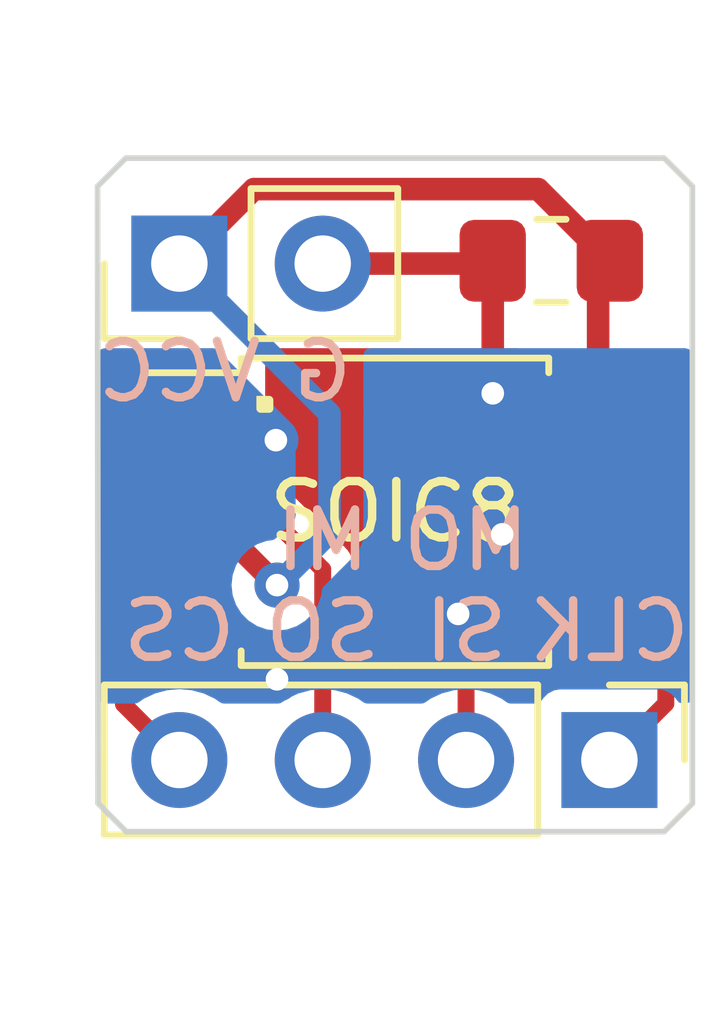
<source format=kicad_pcb>
(kicad_pcb (version 20221018) (generator pcbnew)
  (layers (0 "F.Cu" signal) (31 "B.Cu" signal) (34 "B.Paste" user) (35 "F.Paste" user) (36 "B.SilkS" user "B.Silkscreen") (37 "F.SilkS" user "F.Silkscreen") (38 "B.Mask" user) (39 "F.Mask" user) (44 "Edge.Cuts" user))
  (net 0 "")
  (net 1 "VCC")
  (net 2 "GND")
  (net 3 "/CS")
  (net 4 "/MISO")
  (net 5 "/MOSI")
  (net 6 "/CLK")
  (footprint "Capacitor_SMD:C_0805_2012Metric_Pad1.18x1.45mm_HandSolder" (layer "F.Cu") (at 122.77 65.55 180)
    (fp_text reference "C1" hide)
    (fp_text value "100n")
    (fp_line (start -0.261252 -0.735) (end 0.261252 -0.735) (stroke (width 0.12)) (layer "F.SilkS"))
    (fp_line (start -0.261252 0.735) (end 0.261252 0.735) (stroke (width 0.12)) (layer "F.SilkS"))
    (pad "1" smd roundrect (at -1.0375 0 180) (size 1.175 1.45) (layers "F.Cu" "F.Paste" "F.Mask") (roundrect_rratio 0.2127659574) (net 1 "VCC"))
    (pad "2" smd roundrect (at 1.0375 0 180) (size 1.175 1.45) (layers "F.Cu" "F.Paste" "F.Mask") (roundrect_rratio 0.2127659574) (net 2 "GND"))
  )
  (footprint "Connector_PinHeader_2.54mm:PinHeader_1x04_P2.54mm_Vertical" (layer "F.Cu") (at 123.8 74.4 -90)
    (fp_text reference "J2" hide)
    (fp_text value "Conn_01x04")
    (fp_line (start -1.33 -1.33) (end 0 -1.33) (stroke (width 0.12)) (layer "F.SilkS"))
    (fp_line (start -1.33 0) (end -1.33 -1.33) (stroke (width 0.12)) (layer "F.SilkS"))
    (fp_line (start -1.33 1.27) (end -1.33 8.95) (stroke (width 0.12)) (layer "F.SilkS"))
    (fp_line (start -1.33 1.27) (end 1.33 1.27) (stroke (width 0.12)) (layer "F.SilkS"))
    (fp_line (start -1.33 8.95) (end 1.33 8.95) (stroke (width 0.12)) (layer "F.SilkS"))
    (fp_line (start 1.33 1.27) (end 1.33 8.95) (stroke (width 0.12)) (layer "F.SilkS"))
    (pad "1" thru_hole rect (at 0 0 270) (size 1.7 1.7) (drill 1) (layers "*.Cu" "*.Mask") (net 6 "/CLK"))
    (pad "2" thru_hole oval (at 0 2.54 270) (size 1.7 1.7) (drill 1) (layers "*.Cu" "*.Mask") (net 5 "/MOSI"))
    (pad "3" thru_hole oval (at 0 5.08 270) (size 1.7 1.7) (drill 1) (layers "*.Cu" "*.Mask") (net 4 "/MISO"))
    (pad "4" thru_hole oval (at 0 7.62 270) (size 1.7 1.7) (drill 1) (layers "*.Cu" "*.Mask") (net 3 "/CS"))
  )
  (footprint "Package_SO:SOIC-8_5.23x5.23mm_P1.27mm" (layer "F.Cu") (at 120 70)
    (fp_text reference "U1" hide)
    (fp_text value "W25Qxx")
    (fp_line (start -2.725 -2.725) (end -2.725 -2.465) (stroke (width 0.12)) (layer "F.SilkS"))
    (fp_line (start -2.725 -2.465) (end -4.4 -2.465) (stroke (width 0.12)) (layer "F.SilkS"))
    (fp_line (start -2.725 2.725) (end -2.725 2.465) (stroke (width 0.12)) (layer "F.SilkS"))
    (fp_line (start 0 -2.725) (end -2.725 -2.725) (stroke (width 0.12)) (layer "F.SilkS"))
    (fp_line (start 0 -2.725) (end 2.725 -2.725) (stroke (width 0.12)) (layer "F.SilkS"))
    (fp_line (start 0 2.725) (end -2.725 2.725) (stroke (width 0.12)) (layer "F.SilkS"))
    (fp_line (start 0 2.725) (end 2.725 2.725) (stroke (width 0.12)) (layer "F.SilkS"))
    (fp_line (start 2.725 -2.725) (end 2.725 -2.465) (stroke (width 0.12)) (layer "F.SilkS"))
    (fp_line (start 2.725 2.725) (end 2.725 2.465) (stroke (width 0.12)) (layer "F.SilkS"))
    (pad "1" smd roundrect (at -3.6 -1.905) (size 1.6 0.6) (layers "F.Cu" "F.Paste" "F.Mask") (net 3 "/CS"))
    (pad "2" smd roundrect (at -3.6 -0.635) (size 1.6 0.6) (layers "F.Cu" "F.Paste" "F.Mask") (net 4 "/MISO"))
    (pad "3" smd roundrect (at -3.6 0.635) (size 1.6 0.6) (layers "F.Cu" "F.Paste" "F.Mask") (net 1 "VCC"))
    (pad "4" smd roundrect (at -3.6 1.905) (size 1.6 0.6) (layers "F.Cu" "F.Paste" "F.Mask") (net 2 "GND"))
    (pad "5" smd roundrect (at 3.6 1.905) (size 1.6 0.6) (layers "F.Cu" "F.Paste" "F.Mask") (net 5 "/MOSI"))
    (pad "6" smd roundrect (at 3.6 0.635) (size 1.6 0.6) (layers "F.Cu" "F.Paste" "F.Mask") (net 6 "/CLK"))
    (pad "7" smd roundrect (at 3.6 -0.635) (size 1.6 0.6) (layers "F.Cu" "F.Paste" "F.Mask") (net 1 "VCC"))
    (pad "8" smd roundrect (at 3.6 -1.905) (size 1.6 0.6) (layers "F.Cu" "F.Paste" "F.Mask") (net 1 "VCC"))
  )
  (footprint "Connector_PinHeader_2.54mm:PinHeader_1x02_P2.54mm_Vertical" (layer "F.Cu") (at 116.18 65.6 90)
    (fp_text reference "J1" hide)
    (fp_text value "Conn_01x02")
    (fp_line (start -1.33 -1.33) (end 0 -1.33) (stroke (width 0.12)) (layer "F.SilkS"))
    (fp_line (start -1.33 0) (end -1.33 -1.33) (stroke (width 0.12)) (layer "F.SilkS"))
    (fp_line (start -1.33 1.27) (end -1.33 3.87) (stroke (width 0.12)) (layer "F.SilkS"))
    (fp_line (start -1.33 1.27) (end 1.33 1.27) (stroke (width 0.12)) (layer "F.SilkS"))
    (fp_line (start -1.33 3.87) (end 1.33 3.87) (stroke (width 0.12)) (layer "F.SilkS"))
    (fp_line (start 1.33 1.27) (end 1.33 3.87) (stroke (width 0.12)) (layer "F.SilkS"))
    (pad "1" thru_hole rect (at 0 0 90) (size 1.7 1.7) (drill 1) (layers "*.Cu" "*.Mask") (net 1 "VCC"))
    (pad "2" thru_hole oval (at 0 2.54 90) (size 1.7 1.7) (drill 1) (layers "*.Cu" "*.Mask") (net 2 "GND"))
  )
  (gr_rect (start 117.62 68.02) (end 117.77 68.17) (stroke (width 0.15)) (fill none) (layer "F.SilkS"))
  (gr_line (start 115.23 63.73) (end 124.77 63.73) (stroke (width 0.1)) (layer "Edge.Cuts"))
  (gr_line (start 124.77 75.67) (end 115.24 75.67) (stroke (width 0.1)) (layer "Edge.Cuts"))
  (gr_line (start 125.27 75.17) (end 124.77 75.67) (stroke (width 0.1)) (layer "Edge.Cuts"))
  (gr_line (start 124.77 63.73) (end 125.27 64.23) (stroke (width 0.1)) (layer "Edge.Cuts"))
  (gr_line (start 114.74 75.17) (end 115.24 75.67) (stroke (width 0.1)) (layer "Edge.Cuts"))
  (gr_line (start 114.74 75.17) (end 114.73 64.23) (stroke (width 0.1)) (layer "Edge.Cuts"))
  (gr_line (start 115.23 63.73) (end 114.73 64.23) (stroke (width 0.1)) (layer "Edge.Cuts"))
  (gr_line (start 125.27 64.23) (end 125.27 75.17) (stroke (width 0.1)) (layer "Edge.Cuts"))
  (gr_text "VCC" (at 116.18 68.1) (layer "B.SilkS") (effects (font (size 1 1)) (justify bottom mirror)))
  (gr_text "CS" (at 116.18 72.7) (layer "B.SilkS") (effects (font (size 1 1)) (justify bottom mirror)))
  (gr_text "MI\nSO" (at 118.72 72.7) (layer "B.SilkS") (effects (font (size 1 1)) (justify bottom mirror)))
  (gr_text "MO\nSI" (at 121.26 72.7) (layer "B.SilkS") (effects (font (size 1 1)) (justify bottom mirror)))
  (gr_text "G" (at 118.72 68.1) (layer "B.SilkS") (effects (font (size 1 1)) (justify bottom mirror)))
  (gr_text "CLK" (at 123.8 72.7) (layer "B.SilkS") (effects (font (size 1 1)) (justify bottom mirror)))
  (gr_text "SOIC8" (at 120 70) (layer "F.SilkS") (effects (font (size 1 1))))
  (segment (start 117.91 71.3) (end 117.245 70.635) (width 0.4) (layer "F.Cu") (net 1))
  (segment (start 123.6 68.095) (end 123.6 65.8) (width 0.4) (layer "F.Cu") (net 1))
  (segment (start 117.5 64.28) (end 122.5375 64.28) (width 0.4) (layer "F.Cu") (net 1))
  (segment (start 116.18 65.6) (end 117.5 64.28) (width 0.4) (layer "F.Cu") (net 1))
  (segment (start 117.245 70.635) (end 116.4 70.635) (width 0.4) (layer "F.Cu") (net 1))
  (segment (start 123.6 68.095) (end 123.6 69.365) (width 0.4) (layer "F.Cu") (net 1))
  (segment (start 122.5375 64.28) (end 123.8075 65.55) (width 0.4) (layer "F.Cu") (net 1))
  (via (at 117.91 71.3) (size 0.8) (drill 0.4) (layers "F.Cu" "B.Cu") (net 1))
  (segment (start 116.18 65.6) (end 118.84 68.26) (width 0.4) (layer "B.Cu") (net 1))
  (segment (start 118.84 68.26) (end 118.84 70.37) (width 0.4) (layer "B.Cu") (net 1))
  (segment (start 118.84 70.37) (end 117.91 71.3) (width 0.4) (layer "B.Cu") (net 1))
  (segment (start 118.72 65.6) (end 121.6825 65.6) (width 0.4) (layer "F.Cu") (net 2))
  (segment (start 116.845 71.905) (end 117.91 72.97) (width 0.4) (layer "F.Cu") (net 2))
  (segment (start 121.733 67.9) (end 121.733 65.5505) (width 0.4) (layer "F.Cu") (net 2))
  (segment (start 116.4 71.905) (end 116.845 71.905) (width 0.4) (layer "F.Cu") (net 2))
  (segment (start 121.733 65.5505) (end 121.7325 65.55) (width 0.4) (layer "F.Cu") (net 2))
  (via (at 121.12 71.81) (size 0.8) (drill 0.4) (layers "F.Cu" "B.Cu") (net 2))
  (via (at 117.91 72.97) (size 0.8) (drill 0.4) (layers "F.Cu" "B.Cu") (net 2))
  (via (at 121.733 67.9) (size 0.8) (drill 0.4) (layers "F.Cu" "B.Cu") (net 2))
  (via (at 117.89 68.73) (size 0.8) (drill 0.4) (layers "F.Cu" "B.Cu") (net 2))
  (via (at 121.9 70.4) (size 0.8) (drill 0.4) (layers "F.Cu" "B.Cu") (net 2))
  (segment (start 121.733 69.147) (end 117.91 72.97) (width 0.4) (layer "B.Cu") (net 2))
  (segment (start 121.733 69.147) (end 121.733 67.9) (width 0.4) (layer "B.Cu") (net 2))
  (segment (start 115.19 68.84) (end 115.19 73.41) (width 0.3) (layer "F.Cu") (net 3))
  (segment (start 115.935 68.095) (end 115.19 68.84) (width 0.3) (layer "F.Cu") (net 3))
  (segment (start 115.19 73.41) (end 116.18 74.4) (width 0.3) (layer "F.Cu") (net 3))
  (segment (start 116.4 68.095) (end 115.935 68.095) (width 0.3) (layer "F.Cu") (net 3))
  (segment (start 118.72 71.02) (end 118.72 74.4) (width 0.3) (layer "F.Cu") (net 4))
  (segment (start 117.065 69.365) (end 118.72 71.02) (width 0.3) (layer "F.Cu") (net 4))
  (segment (start 116.4 69.365) (end 117.065 69.365) (width 0.3) (layer "F.Cu") (net 4))
  (segment (start 123.6 71.905) (end 122.255 71.905) (width 0.3) (layer "F.Cu") (net 5))
  (segment (start 122.255 71.905) (end 121.26 72.9) (width 0.3) (layer "F.Cu") (net 5))
  (segment (start 121.26 72.9) (end 121.26 74.4) (width 0.3) (layer "F.Cu") (net 5))
  (segment (start 124.075 70.635) (end 124.8 71.36) (width 0.3) (layer "F.Cu") (net 6))
  (segment (start 123.6 70.635) (end 124.075 70.635) (width 0.3) (layer "F.Cu") (net 6))
  (segment (start 124.8 71.36) (end 124.8 73.4) (width 0.3) (layer "F.Cu") (net 6))
  (segment (start 124.8 73.4) (end 123.8 74.4) (width 0.3) (layer "F.Cu") (net 6))
  (zone (net 0) (net_name "") (layer "F.Cu") (connect_pads (clearance 0)) (min_thickness 0.25)
    (keepout (tracks allowed) (vias allowed) (pads allowed) (copperpour not_allowed) (footprints allowed))
    (fill (thermal_gap 0.5) (thermal_bridge_width 0.5))
    (polygon (pts (xy 117.7 73) (xy 117.7 72.08) (xy 118.2 72.08) (xy 118.2 73)))
  )
  (zone (net 2) (net_name "GND") (layer "F.Cu") (connect_pads (clearance 0.4)) (min_thickness 0.25) (fill yes (thermal_gap 0.5) (thermal_bridge_width 0.5))
    (polygon (pts (xy 117.7 67.1) (xy 122.3 67.1) (xy 122.3 73) (xy 117.7 73)))
  )
  (zone (net 0) (net_name "") (layers "F&B.Cu") (connect_pads (clearance 0)) (min_thickness 0.25)
    (keepout (tracks allowed) (vias allowed) (pads allowed) (copperpour not_allowed) (footprints allowed))
    (fill (thermal_gap 0.5) (thermal_bridge_width 0.5))
    (polygon (pts (xy 114.74 73.4) (xy 125.27 73.4) (xy 125.27 74.4) (xy 114.74 74.4)))
  )
  (zone (net 2) (net_name "GND") (layer "B.Cu") (connect_pads (clearance 0.4)) (min_thickness 0.25) (fill yes (thermal_gap 0.5) (thermal_bridge_width 0.5))
    (polygon (pts (xy 114.73 67.1) (xy 125.27 67.1) (xy 125.27 75.67) (xy 114.73 75.67)))
  )
  (zone (net 0) (net_name "") (layer "B.Cu") (connect_pads (clearance 0)) (min_thickness 0.25)
    (keepout (tracks allowed) (vias allowed) (pads allowed) (copperpour not_allowed) (footprints allowed))
    (fill (thermal_gap 0.5) (thermal_bridge_width 0.5))
    (polygon (pts (xy 119.44 68.4) (xy 119.44 67.1) (xy 118.6 67.1) (xy 118.6 68.4)))
  )
)
</source>
